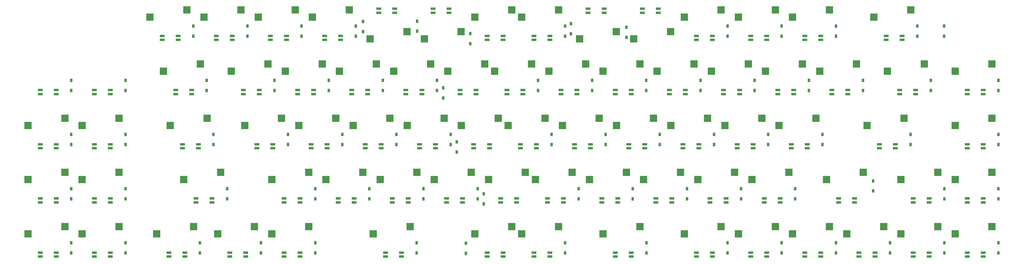
<source format=gbp>
%TF.GenerationSoftware,KiCad,Pcbnew,8.0.8*%
%TF.CreationDate,2025-04-15T16:26:55+09:00*%
%TF.ProjectId,sswkbd_wiring,7373776b-6264-45f7-9769-72696e672e6b,rev?*%
%TF.SameCoordinates,Original*%
%TF.FileFunction,Paste,Bot*%
%TF.FilePolarity,Positive*%
%FSLAX46Y46*%
G04 Gerber Fmt 4.6, Leading zero omitted, Abs format (unit mm)*
G04 Created by KiCad (PCBNEW 8.0.8) date 2025-04-15 16:26:55*
%MOMM*%
%LPD*%
G01*
G04 APERTURE LIST*
%ADD10R,0.950000X1.300000*%
%ADD11R,2.550000X2.500000*%
%ADD12R,1.700000X0.825000*%
G04 APERTURE END LIST*
D10*
%TO.C,D32*%
X366509249Y-96929950D03*
X366509249Y-93379950D03*
%TD*%
D11*
%TO.C,SW13*%
X294328000Y-71220000D03*
X307255000Y-68680000D03*
%TD*%
D10*
%TO.C,D67*%
X86461999Y-153979950D03*
X86461999Y-150429950D03*
%TD*%
%TO.C,D50*%
X60336999Y-134979950D03*
X60336999Y-131429950D03*
%TD*%
%TO.C,D73*%
X243034249Y-153979950D03*
X243034249Y-150429950D03*
%TD*%
%TO.C,D46*%
X304759249Y-115954950D03*
X304759249Y-112404950D03*
%TD*%
D11*
%TO.C,SW6*%
X178076250Y-76300000D03*
X165149250Y-78840000D03*
%TD*%
D10*
%TO.C,D38*%
X155361999Y-115954950D03*
X155361999Y-112404950D03*
%TD*%
%TO.C,D76*%
X309509249Y-153979950D03*
X309509249Y-150429950D03*
%TD*%
%TO.C,D74*%
X271509249Y-153979950D03*
X271509249Y-150429950D03*
%TD*%
%TO.C,D52*%
X126861999Y-134979950D03*
X126861999Y-131429950D03*
%TD*%
%TO.C,D39*%
X174361999Y-115954950D03*
X174361999Y-112404950D03*
%TD*%
%TO.C,D15*%
X347491000Y-77923000D03*
X347491000Y-74373000D03*
%TD*%
%TO.C,D44*%
X266759249Y-115954950D03*
X266759249Y-112404950D03*
%TD*%
D11*
%TO.C,SW50*%
X45155750Y-128220000D03*
X58082750Y-125680000D03*
%TD*%
%TO.C,SW28*%
X265828000Y-90220000D03*
X278755000Y-87680000D03*
%TD*%
%TO.C,SW75*%
X275328000Y-147220000D03*
X288255000Y-144680000D03*
%TD*%
D10*
%TO.C,D4*%
X141111999Y-77929950D03*
X141111999Y-74379950D03*
%TD*%
D11*
%TO.C,SW2*%
X87905750Y-71220000D03*
X100832750Y-68680000D03*
%TD*%
%TO.C,SW22*%
X154405750Y-90220000D03*
X167332750Y-87680000D03*
%TD*%
D10*
%TO.C,D43*%
X247759249Y-115954950D03*
X247759249Y-112404950D03*
%TD*%
D11*
%TO.C,SW53*%
X130655750Y-128220000D03*
X143582750Y-125680000D03*
%TD*%
%TO.C,SW66*%
X45155750Y-147220000D03*
X58082750Y-144680000D03*
%TD*%
D10*
%TO.C,D41*%
X209759249Y-115954950D03*
X209759249Y-112404950D03*
%TD*%
%TO.C,D1*%
X84111999Y-77929950D03*
X84111999Y-74379950D03*
%TD*%
D11*
%TO.C,SW18*%
X73655750Y-90220000D03*
X86582750Y-87680000D03*
%TD*%
%TO.C,SW8*%
X199328000Y-71220000D03*
X212255000Y-68680000D03*
%TD*%
%TO.C,SW26*%
X227828000Y-90220000D03*
X240755000Y-87680000D03*
%TD*%
D10*
%TO.C,D11*%
X271509249Y-77929950D03*
X271509249Y-74379950D03*
%TD*%
D11*
%TO.C,SW29*%
X284828000Y-90220000D03*
X297755000Y-87680000D03*
%TD*%
D10*
%TO.C,D51*%
X95961999Y-134979950D03*
X95961999Y-131429950D03*
%TD*%
D11*
%TO.C,SW41*%
X194578000Y-109220000D03*
X207505000Y-106680000D03*
%TD*%
%TO.C,SW67*%
X71280750Y-147220000D03*
X84207750Y-144680000D03*
%TD*%
%TO.C,SW77*%
X313328000Y-147220000D03*
X326255000Y-144680000D03*
%TD*%
%TO.C,SW73*%
X227853000Y-147220000D03*
X240780000Y-144680000D03*
%TD*%
%TO.C,SW43*%
X232578000Y-109220000D03*
X245505000Y-106680000D03*
%TD*%
D10*
%TO.C,D59*%
X257259249Y-134979950D03*
X257259249Y-131429950D03*
%TD*%
%TO.C,D9*%
X216600000Y-77075000D03*
X216600000Y-73525000D03*
%TD*%
%TO.C,D3*%
X122111999Y-77929950D03*
X122111999Y-74379950D03*
%TD*%
D11*
%TO.C,SW70*%
X147255750Y-147220000D03*
X160182750Y-144680000D03*
%TD*%
%TO.C,SW68*%
X92655750Y-147220000D03*
X105582750Y-144680000D03*
%TD*%
D10*
%TO.C,D42*%
X228759249Y-115954950D03*
X228759249Y-112404950D03*
%TD*%
D11*
%TO.C,SW23*%
X173405750Y-90220000D03*
X186332750Y-87680000D03*
%TD*%
%TO.C,SW76*%
X294328000Y-147220000D03*
X307255000Y-144680000D03*
%TD*%
D10*
%TO.C,D64*%
X366509249Y-134979950D03*
X366509249Y-131429950D03*
%TD*%
%TO.C,D23*%
X171795000Y-99555000D03*
X171795000Y-96005000D03*
%TD*%
D11*
%TO.C,SW24*%
X189828000Y-90220000D03*
X202755000Y-87680000D03*
%TD*%
D10*
%TO.C,D33*%
X41336999Y-115954950D03*
X41336999Y-112404950D03*
%TD*%
D11*
%TO.C,SW10*%
X251498000Y-76300000D03*
X238571000Y-78840000D03*
%TD*%
%TO.C,SW79*%
X351328000Y-147220000D03*
X364255000Y-144680000D03*
%TD*%
%TO.C,SW78*%
X332328000Y-147220000D03*
X345255000Y-144680000D03*
%TD*%
D10*
%TO.C,D8*%
X214509249Y-77929950D03*
X214509249Y-74379950D03*
%TD*%
%TO.C,D45*%
X285759249Y-115954950D03*
X285759249Y-112404950D03*
%TD*%
%TO.C,D65*%
X41336999Y-153979950D03*
X41336999Y-150429950D03*
%TD*%
%TO.C,D70*%
X162461999Y-153979950D03*
X162461999Y-150429950D03*
%TD*%
%TO.C,D24*%
X205009249Y-96929950D03*
X205009249Y-93379950D03*
%TD*%
D11*
%TO.C,SW65*%
X26155750Y-147220000D03*
X39082750Y-144680000D03*
%TD*%
%TO.C,SW58*%
X223078000Y-128220000D03*
X236005000Y-125680000D03*
%TD*%
D10*
%TO.C,D26*%
X243009249Y-96929950D03*
X243009249Y-93379950D03*
%TD*%
%TO.C,D6*%
X162600000Y-76175000D03*
X162600000Y-72625000D03*
%TD*%
%TO.C,D14*%
X338034249Y-77929950D03*
X338034249Y-74379950D03*
%TD*%
D11*
%TO.C,SW57*%
X204078000Y-128220000D03*
X217005000Y-125680000D03*
%TD*%
D10*
%TO.C,D12*%
X290509249Y-77929950D03*
X290509249Y-74379950D03*
%TD*%
D11*
%TO.C,SW59*%
X242078000Y-128220000D03*
X255005000Y-125680000D03*
%TD*%
%TO.C,SW64*%
X351328000Y-128220000D03*
X364255000Y-125680000D03*
%TD*%
%TO.C,SW14*%
X322828000Y-71220000D03*
X335755000Y-68680000D03*
%TD*%
%TO.C,SW63*%
X332328000Y-128220000D03*
X345255000Y-125680000D03*
%TD*%
D10*
%TO.C,D36*%
X117361999Y-115954950D03*
X117361999Y-112404950D03*
%TD*%
%TO.C,D29*%
X300009249Y-96929950D03*
X300009249Y-93379950D03*
%TD*%
D11*
%TO.C,SW38*%
X140155750Y-109220000D03*
X153082750Y-106680000D03*
%TD*%
%TO.C,SW69*%
X111655750Y-147220000D03*
X124582750Y-144680000D03*
%TD*%
D10*
%TO.C,D69*%
X126861999Y-153979950D03*
X126861999Y-150429950D03*
%TD*%
D11*
%TO.C,SW60*%
X261078000Y-128220000D03*
X274005000Y-125680000D03*
%TD*%
%TO.C,SW9*%
X232498000Y-76300000D03*
X219571000Y-78840000D03*
%TD*%
%TO.C,SW51*%
X80780750Y-128220000D03*
X93707750Y-125680000D03*
%TD*%
D10*
%TO.C,D20*%
X131611999Y-96929950D03*
X131611999Y-93379950D03*
%TD*%
D11*
%TO.C,SW12*%
X275328000Y-71220000D03*
X288255000Y-68680000D03*
%TD*%
%TO.C,SW49*%
X26155750Y-128220000D03*
X39082750Y-125680000D03*
%TD*%
D10*
%TO.C,D47*%
X335659249Y-115954950D03*
X335659249Y-112404950D03*
%TD*%
D11*
%TO.C,SW27*%
X246828000Y-90220000D03*
X259755000Y-87680000D03*
%TD*%
%TO.C,SW56*%
X187655750Y-128220000D03*
X200582750Y-125680000D03*
%TD*%
D10*
%TO.C,D62*%
X322550000Y-132225000D03*
X322550000Y-128675000D03*
%TD*%
D11*
%TO.C,SW7*%
X182905750Y-71220000D03*
X195832750Y-68680000D03*
%TD*%
D10*
%TO.C,D48*%
X366509249Y-115954950D03*
X366509249Y-112404950D03*
%TD*%
D11*
%TO.C,SW39*%
X159155750Y-109220000D03*
X172082750Y-106680000D03*
%TD*%
%TO.C,SW4*%
X125905750Y-71220000D03*
X138832750Y-68680000D03*
%TD*%
D10*
%TO.C,D22*%
X169611999Y-96929950D03*
X169611999Y-93379950D03*
%TD*%
%TO.C,D16*%
X41336999Y-96929950D03*
X41336999Y-93379950D03*
%TD*%
D11*
%TO.C,SW47*%
X320453000Y-109220000D03*
X333380000Y-106680000D03*
%TD*%
D10*
%TO.C,D49*%
X41336999Y-134979950D03*
X41336999Y-131429950D03*
%TD*%
%TO.C,D25*%
X224009249Y-96929950D03*
X224009249Y-93379950D03*
%TD*%
%TO.C,D53*%
X145861999Y-134979950D03*
X145861999Y-131429950D03*
%TD*%
%TO.C,D28*%
X281009249Y-96929950D03*
X281009249Y-93379950D03*
%TD*%
%TO.C,D7*%
X181255000Y-80530000D03*
X181255000Y-76980000D03*
%TD*%
%TO.C,D61*%
X295259249Y-134979950D03*
X295259249Y-131429950D03*
%TD*%
%TO.C,D37*%
X136361999Y-115954950D03*
X136361999Y-112404950D03*
%TD*%
D11*
%TO.C,SW19*%
X97405750Y-90220000D03*
X110332750Y-87680000D03*
%TD*%
D10*
%TO.C,D77*%
X328509249Y-153979950D03*
X328509249Y-150429950D03*
%TD*%
%TO.C,D10*%
X236000000Y-78375000D03*
X236000000Y-74825000D03*
%TD*%
%TO.C,D57*%
X219259249Y-134979950D03*
X219259249Y-131429950D03*
%TD*%
D11*
%TO.C,SW36*%
X102155750Y-109220000D03*
X115082750Y-106680000D03*
%TD*%
%TO.C,SW55*%
X168655750Y-128220000D03*
X181582750Y-125680000D03*
%TD*%
D10*
%TO.C,D75*%
X290509249Y-153979950D03*
X290509249Y-150429950D03*
%TD*%
%TO.C,D56*%
X186040000Y-136795000D03*
X186040000Y-133245000D03*
%TD*%
D11*
%TO.C,SW31*%
X327578000Y-90220000D03*
X340505000Y-87680000D03*
%TD*%
D10*
%TO.C,D60*%
X276259249Y-134979950D03*
X276259249Y-131429950D03*
%TD*%
%TO.C,D5*%
X143637000Y-76321000D03*
X143637000Y-72771000D03*
%TD*%
D11*
%TO.C,SW61*%
X280078000Y-128220000D03*
X293005000Y-125680000D03*
%TD*%
D10*
%TO.C,D35*%
X91211999Y-115954950D03*
X91211999Y-112404950D03*
%TD*%
D11*
%TO.C,SW48*%
X351328000Y-109220000D03*
X364255000Y-106680000D03*
%TD*%
D10*
%TO.C,D21*%
X150611999Y-96929950D03*
X150611999Y-93379950D03*
%TD*%
D11*
%TO.C,SW5*%
X159076250Y-76300000D03*
X146149250Y-78840000D03*
%TD*%
D10*
%TO.C,D13*%
X309509249Y-77929950D03*
X309509249Y-74379950D03*
%TD*%
D11*
%TO.C,SW52*%
X111655750Y-128220000D03*
X124582750Y-125680000D03*
%TD*%
D10*
%TO.C,D18*%
X88836999Y-96929950D03*
X88836999Y-93379950D03*
%TD*%
D11*
%TO.C,SW54*%
X149655750Y-128220000D03*
X162582750Y-125680000D03*
%TD*%
%TO.C,SW33*%
X26155750Y-109220000D03*
X39082750Y-106680000D03*
%TD*%
D10*
%TO.C,D27*%
X262009249Y-96929950D03*
X262009249Y-93379950D03*
%TD*%
D11*
%TO.C,SW37*%
X121155750Y-109220000D03*
X134082750Y-106680000D03*
%TD*%
%TO.C,SW1*%
X68905750Y-71220000D03*
X81832750Y-68680000D03*
%TD*%
D10*
%TO.C,D55*%
X183861999Y-134979950D03*
X183861999Y-131429950D03*
%TD*%
D11*
%TO.C,SW30*%
X303828000Y-90220000D03*
X316755000Y-87680000D03*
%TD*%
D10*
%TO.C,D54*%
X164861999Y-134979950D03*
X164861999Y-131429950D03*
%TD*%
D11*
%TO.C,SW32*%
X351328000Y-90220000D03*
X364255000Y-87680000D03*
%TD*%
%TO.C,SW71*%
X182905750Y-147220000D03*
X195832750Y-144680000D03*
%TD*%
%TO.C,SW11*%
X256328000Y-71220000D03*
X269255000Y-68680000D03*
%TD*%
%TO.C,SW21*%
X135405750Y-90220000D03*
X148332750Y-87680000D03*
%TD*%
D10*
%TO.C,D2*%
X103111999Y-77929950D03*
X103111999Y-74379950D03*
%TD*%
D11*
%TO.C,SW25*%
X208828000Y-90220000D03*
X221755000Y-87680000D03*
%TD*%
D10*
%TO.C,D79*%
X366509249Y-153979950D03*
X366509249Y-150429950D03*
%TD*%
D11*
%TO.C,SW40*%
X178155750Y-109220000D03*
X191082750Y-106680000D03*
%TD*%
%TO.C,SW72*%
X199328000Y-147220000D03*
X212255000Y-144680000D03*
%TD*%
D10*
%TO.C,D78*%
X347509249Y-153979950D03*
X347509249Y-150429950D03*
%TD*%
D11*
%TO.C,SW20*%
X116405750Y-90220000D03*
X129332750Y-87680000D03*
%TD*%
%TO.C,SW35*%
X76030750Y-109220000D03*
X88957750Y-106680000D03*
%TD*%
%TO.C,SW34*%
X45155750Y-109220000D03*
X58082750Y-106680000D03*
%TD*%
D10*
%TO.C,D34*%
X60336999Y-115954950D03*
X60336999Y-112404950D03*
%TD*%
%TO.C,D71*%
X179695000Y-154080000D03*
X179695000Y-150530000D03*
%TD*%
D11*
%TO.C,SW44*%
X251578000Y-109220000D03*
X264505000Y-106680000D03*
%TD*%
D10*
%TO.C,D58*%
X238259249Y-134979950D03*
X238259249Y-131429950D03*
%TD*%
D11*
%TO.C,SW74*%
X256328000Y-147220000D03*
X269255000Y-144680000D03*
%TD*%
%TO.C,SW42*%
X213578000Y-109220000D03*
X226505000Y-106680000D03*
%TD*%
D10*
%TO.C,D31*%
X342784249Y-96929950D03*
X342784249Y-93379950D03*
%TD*%
D11*
%TO.C,SW3*%
X106905750Y-71220000D03*
X119832750Y-68680000D03*
%TD*%
D10*
%TO.C,D68*%
X107861999Y-153979950D03*
X107861999Y-150429950D03*
%TD*%
%TO.C,D19*%
X112611999Y-96929950D03*
X112611999Y-93379950D03*
%TD*%
%TO.C,D17*%
X60336999Y-96929950D03*
X60336999Y-93379950D03*
%TD*%
%TO.C,D72*%
X214509249Y-153979950D03*
X214509249Y-150429950D03*
%TD*%
D11*
%TO.C,SW45*%
X270578000Y-109220000D03*
X283505000Y-106680000D03*
%TD*%
D10*
%TO.C,D30*%
X319009249Y-96929950D03*
X319009249Y-93379950D03*
%TD*%
%TO.C,D63*%
X347509249Y-134979950D03*
X347509249Y-131429950D03*
%TD*%
D11*
%TO.C,SW46*%
X289578000Y-109220000D03*
X302505000Y-106680000D03*
%TD*%
D10*
%TO.C,D40*%
X176525000Y-118525000D03*
X176525000Y-114975000D03*
%TD*%
D12*
%TO.C,LED77*%
X208363000Y-134822999D03*
X208363000Y-136223000D03*
X213963000Y-136223001D03*
X213963000Y-134823000D03*
%TD*%
%TO.C,LED3*%
X30440750Y-134822999D03*
X30440750Y-136223000D03*
X36040750Y-136223001D03*
X36040750Y-134823000D03*
%TD*%
%TO.C,LED27*%
X144440750Y-115822999D03*
X144440750Y-117223000D03*
X150040750Y-117223001D03*
X150040750Y-115823000D03*
%TD*%
%TO.C,LED70*%
X227363000Y-134822999D03*
X227363000Y-136223000D03*
X232963000Y-136223001D03*
X232963000Y-134823000D03*
%TD*%
%TO.C,LED7*%
X49440750Y-115822999D03*
X49440750Y-117223000D03*
X55040750Y-117223001D03*
X55040750Y-115823000D03*
%TD*%
%TO.C,LED32*%
X172940750Y-134822999D03*
X172940750Y-136223000D03*
X178540750Y-136223001D03*
X178540750Y-134823000D03*
%TD*%
%TO.C,LED38*%
X187190750Y-77822999D03*
X187190750Y-79223000D03*
X192790750Y-79223001D03*
X192790750Y-77823000D03*
%TD*%
%TO.C,LED13*%
X75565750Y-153822999D03*
X75565750Y-155223000D03*
X81165750Y-155223001D03*
X81165750Y-153823000D03*
%TD*%
%TO.C,LED30*%
X158690750Y-96822999D03*
X158690750Y-98223000D03*
X164290750Y-98223001D03*
X164290750Y-96823000D03*
%TD*%
%TO.C,LED28*%
X130190750Y-77822999D03*
X130190750Y-79223000D03*
X135790750Y-79223001D03*
X135790750Y-77823000D03*
%TD*%
%TO.C,LED71*%
X232138000Y-153822999D03*
X232138000Y-155223000D03*
X237738000Y-155223001D03*
X237738000Y-153823000D03*
%TD*%
%TO.C,LED35*%
X177690750Y-96822999D03*
X177690750Y-98223000D03*
X183290750Y-98223001D03*
X183290750Y-96823000D03*
%TD*%
%TO.C,LED29*%
X154791250Y-69697001D03*
X154791250Y-68297000D03*
X149191250Y-68296999D03*
X149191250Y-69697000D03*
%TD*%
%TO.C,LED58*%
X260613000Y-77822999D03*
X260613000Y-79223000D03*
X266213000Y-79223001D03*
X266213000Y-77823000D03*
%TD*%
%TO.C,LED11*%
X80315750Y-115822999D03*
X80315750Y-117223000D03*
X85915750Y-117223001D03*
X85915750Y-115823000D03*
%TD*%
%TO.C,LED52*%
X298613000Y-153822999D03*
X298613000Y-155223000D03*
X304213000Y-155223001D03*
X304213000Y-153823000D03*
%TD*%
%TO.C,LED60*%
X274863000Y-115822999D03*
X274863000Y-117223000D03*
X280463000Y-117223001D03*
X280463000Y-115823000D03*
%TD*%
%TO.C,LED76*%
X198863000Y-115822999D03*
X198863000Y-117223000D03*
X204463000Y-117223001D03*
X204463000Y-115823000D03*
%TD*%
%TO.C,LED46*%
X331863000Y-96822999D03*
X331863000Y-98223000D03*
X337463000Y-98223001D03*
X337463000Y-96823000D03*
%TD*%
%TO.C,LED37*%
X173791250Y-69697001D03*
X173791250Y-68297000D03*
X168191250Y-68296999D03*
X168191250Y-69697000D03*
%TD*%
%TO.C,LED68*%
X232113000Y-96822999D03*
X232113000Y-98223000D03*
X237713000Y-98223001D03*
X237713000Y-96823000D03*
%TD*%
%TO.C,LED45*%
X324738000Y-115822999D03*
X324738000Y-117223000D03*
X330338000Y-117223001D03*
X330338000Y-115823000D03*
%TD*%
%TO.C,LED50*%
X310488000Y-134822999D03*
X310488000Y-136223000D03*
X316088000Y-136223001D03*
X316088000Y-134823000D03*
%TD*%
%TO.C,LED14*%
X96940750Y-153822999D03*
X96940750Y-155223000D03*
X102540750Y-155223001D03*
X102540750Y-153823000D03*
%TD*%
%TO.C,LED1*%
X30440750Y-96822999D03*
X30440750Y-98223000D03*
X36040750Y-98223001D03*
X36040750Y-96823000D03*
%TD*%
%TO.C,LED62*%
X260613000Y-153822999D03*
X260613000Y-155223000D03*
X266213000Y-155223001D03*
X266213000Y-153823000D03*
%TD*%
%TO.C,LED69*%
X236863000Y-115822999D03*
X236863000Y-117223000D03*
X242463000Y-117223001D03*
X242463000Y-115823000D03*
%TD*%
%TO.C,LED64*%
X255863000Y-115822999D03*
X255863000Y-117223000D03*
X261463000Y-117223001D03*
X261463000Y-115823000D03*
%TD*%
%TO.C,LED18*%
X101690750Y-96822999D03*
X101690750Y-98223000D03*
X107290750Y-98223001D03*
X107290750Y-96823000D03*
%TD*%
%TO.C,LED74*%
X203613000Y-77822999D03*
X203613000Y-79223000D03*
X209213000Y-79223001D03*
X209213000Y-77823000D03*
%TD*%
%TO.C,LED24*%
X151540750Y-153822999D03*
X151540750Y-155223000D03*
X157140750Y-155223001D03*
X157140750Y-153823000D03*
%TD*%
%TO.C,LED63*%
X246363000Y-134822999D03*
X246363000Y-136223000D03*
X251963000Y-136223001D03*
X251963000Y-134823000D03*
%TD*%
%TO.C,LED61*%
X265363000Y-134822999D03*
X265363000Y-136223000D03*
X270963000Y-136223001D03*
X270963000Y-134823000D03*
%TD*%
%TO.C,LED2*%
X30440750Y-115822999D03*
X30440750Y-117223000D03*
X36040750Y-117223001D03*
X36040750Y-115823000D03*
%TD*%
%TO.C,LED20*%
X111190750Y-77822999D03*
X111190750Y-79223000D03*
X116790750Y-79223001D03*
X116790750Y-77823000D03*
%TD*%
%TO.C,LED19*%
X92190750Y-77822999D03*
X92190750Y-79223000D03*
X97790750Y-79223001D03*
X97790750Y-77823000D03*
%TD*%
%TO.C,LED41*%
X355613000Y-134822999D03*
X355613000Y-136223000D03*
X361213000Y-136223001D03*
X361213000Y-134823000D03*
%TD*%
%TO.C,LED33*%
X187190750Y-153822999D03*
X187190750Y-155223000D03*
X192790750Y-155223001D03*
X192790750Y-153823000D03*
%TD*%
%TO.C,LED59*%
X270113000Y-96822999D03*
X270113000Y-98223000D03*
X275713000Y-98223001D03*
X275713000Y-96823000D03*
%TD*%
%TO.C,LED72*%
X217863000Y-115822999D03*
X217863000Y-117223000D03*
X223463000Y-117223001D03*
X223463000Y-115823000D03*
%TD*%
%TO.C,LED57*%
X279613000Y-77822999D03*
X279613000Y-79223000D03*
X285213000Y-79223001D03*
X285213000Y-77823000D03*
%TD*%
%TO.C,LED47*%
X327113000Y-77822999D03*
X327113000Y-79223000D03*
X332713000Y-79223001D03*
X332713000Y-77823000D03*
%TD*%
%TO.C,LED48*%
X298613000Y-77822999D03*
X298613000Y-79223000D03*
X304213000Y-79223001D03*
X304213000Y-77823000D03*
%TD*%
%TO.C,LED22*%
X125440750Y-115822999D03*
X125440750Y-117223000D03*
X131040750Y-117223001D03*
X131040750Y-115823000D03*
%TD*%
D10*
%TO.C,D66*%
X60336999Y-153979950D03*
X60336999Y-150429950D03*
%TD*%
D12*
%TO.C,LED73*%
X213113000Y-96822999D03*
X213113000Y-98223000D03*
X218713000Y-98223001D03*
X218713000Y-96823000D03*
%TD*%
%TO.C,LED23*%
X134940750Y-134822999D03*
X134940750Y-136223000D03*
X140540750Y-136223001D03*
X140540750Y-134823000D03*
%TD*%
%TO.C,LED43*%
X336613000Y-153822999D03*
X336613000Y-155223000D03*
X342213000Y-155223001D03*
X342213000Y-153823000D03*
%TD*%
%TO.C,LED4*%
X30440750Y-153822999D03*
X30440750Y-155223000D03*
X36040750Y-155223001D03*
X36040750Y-153823000D03*
%TD*%
%TO.C,LED21*%
X120690750Y-96822999D03*
X120690750Y-98223000D03*
X126290750Y-98223001D03*
X126290750Y-96823000D03*
%TD*%
%TO.C,LED8*%
X49440750Y-96822999D03*
X49440750Y-98223000D03*
X55040750Y-98223001D03*
X55040750Y-96823000D03*
%TD*%
%TO.C,LED49*%
X308113000Y-96822999D03*
X308113000Y-98223000D03*
X313713000Y-98223001D03*
X313713000Y-96823000D03*
%TD*%
%TO.C,LED15*%
X115940750Y-153822999D03*
X115940750Y-155223000D03*
X121540750Y-155223001D03*
X121540750Y-153823000D03*
%TD*%
%TO.C,LED78*%
X203613000Y-153822999D03*
X203613000Y-155223000D03*
X209213000Y-155223001D03*
X209213000Y-153823000D03*
%TD*%
%TO.C,LED39*%
X355613000Y-96822999D03*
X355613000Y-98223000D03*
X361213000Y-98223001D03*
X361213000Y-96823000D03*
%TD*%
%TO.C,LED44*%
X336613000Y-134822999D03*
X336613000Y-136223000D03*
X342213000Y-136223001D03*
X342213000Y-134823000D03*
%TD*%
%TO.C,LED75*%
X194113000Y-96822999D03*
X194113000Y-98223000D03*
X199713000Y-98223001D03*
X199713000Y-96823000D03*
%TD*%
%TO.C,LED5*%
X49440750Y-153822999D03*
X49440750Y-155223000D03*
X55040750Y-155223001D03*
X55040750Y-153823000D03*
%TD*%
%TO.C,LED51*%
X317613000Y-153822999D03*
X317613000Y-155223000D03*
X323213000Y-155223001D03*
X323213000Y-153823000D03*
%TD*%
%TO.C,LED6*%
X49440750Y-134822999D03*
X49440750Y-136223000D03*
X55040750Y-136223001D03*
X55040750Y-134823000D03*
%TD*%
%TO.C,LED42*%
X355613000Y-153822999D03*
X355613000Y-155223000D03*
X361213000Y-155223001D03*
X361213000Y-153823000D03*
%TD*%
%TO.C,LED34*%
X191940750Y-134822999D03*
X191940750Y-136223000D03*
X197540750Y-136223001D03*
X197540750Y-134823000D03*
%TD*%
%TO.C,LED10*%
X77940750Y-96822999D03*
X77940750Y-98223000D03*
X83540750Y-98223001D03*
X83540750Y-96823000D03*
%TD*%
%TO.C,LED17*%
X106440750Y-115822999D03*
X106440750Y-117223000D03*
X112040750Y-117223001D03*
X112040750Y-115823000D03*
%TD*%
%TO.C,LED56*%
X293863000Y-115822999D03*
X293863000Y-117223000D03*
X299463000Y-117223001D03*
X299463000Y-115823000D03*
%TD*%
%TO.C,LED67*%
X228213000Y-69697001D03*
X228213000Y-68297000D03*
X222613000Y-68296999D03*
X222613000Y-69697000D03*
%TD*%
%TO.C,LED31*%
X163440750Y-115822999D03*
X163440750Y-117223000D03*
X169040750Y-117223001D03*
X169040750Y-115823000D03*
%TD*%
%TO.C,LED53*%
X279613000Y-153822999D03*
X279613000Y-155223000D03*
X285213000Y-155223001D03*
X285213000Y-153823000D03*
%TD*%
%TO.C,LED36*%
X182440750Y-115822999D03*
X182440750Y-117223000D03*
X188040750Y-117223001D03*
X188040750Y-115823000D03*
%TD*%
%TO.C,LED65*%
X247212000Y-69697001D03*
X247212000Y-68297000D03*
X241612000Y-68296999D03*
X241612000Y-69697000D03*
%TD*%
%TO.C,LED9*%
X73190750Y-77822999D03*
X73190750Y-79223000D03*
X78790750Y-79223001D03*
X78790750Y-77823000D03*
%TD*%
%TO.C,LED66*%
X251113000Y-96822999D03*
X251113000Y-98223000D03*
X256713000Y-98223001D03*
X256713000Y-96823000D03*
%TD*%
%TO.C,LED26*%
X139690750Y-96822999D03*
X139690750Y-98223000D03*
X145290750Y-98223001D03*
X145290750Y-96823000D03*
%TD*%
%TO.C,LED54*%
X284363000Y-134822999D03*
X284363000Y-136223000D03*
X289963000Y-136223001D03*
X289963000Y-134823000D03*
%TD*%
%TO.C,LED55*%
X289113000Y-96822999D03*
X289113000Y-98223000D03*
X294713000Y-98223001D03*
X294713000Y-96823000D03*
%TD*%
%TO.C,LED12*%
X85065750Y-134822999D03*
X85065750Y-136223000D03*
X90665750Y-136223001D03*
X90665750Y-134823000D03*
%TD*%
%TO.C,LED40*%
X355613000Y-115822999D03*
X355613000Y-117223000D03*
X361213000Y-117223001D03*
X361213000Y-115823000D03*
%TD*%
%TO.C,LED25*%
X153940750Y-134822999D03*
X153940750Y-136223000D03*
X159540750Y-136223001D03*
X159540750Y-134823000D03*
%TD*%
%TO.C,LED16*%
X115940750Y-134822999D03*
X115940750Y-136223000D03*
X121540750Y-136223001D03*
X121540750Y-134823000D03*
%TD*%
D11*
%TO.C,SW62*%
X319130000Y-125680000D03*
X306203000Y-128220000D03*
%TD*%
M02*

</source>
